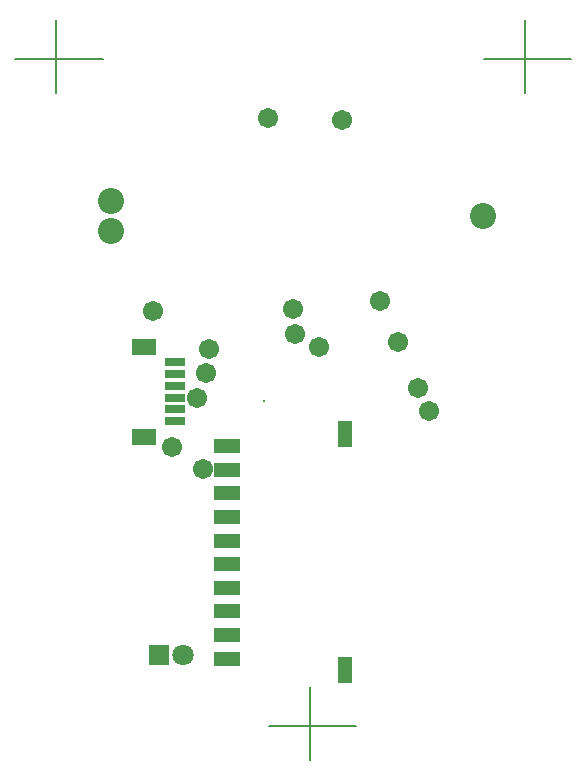
<source format=gbs>
%FSLAX44Y44*%
%MOMM*%
G71*
G01*
G75*
G04 Layer_Color=16711935*
%ADD10C,0.2000*%
%ADD11R,1.7032X1.5032*%
%ADD12R,1.1032X1.4032*%
%ADD13R,0.8032X1.5032*%
%ADD14O,0.9032X2.8032*%
G04:AMPARAMS|DCode=15|XSize=1.8032mm|YSize=1.1032mm|CornerRadius=0.3266mm|HoleSize=0mm|Usage=FLASHONLY|Rotation=180.000|XOffset=0mm|YOffset=0mm|HoleType=Round|Shape=RoundedRectangle|*
%AMROUNDEDRECTD15*
21,1,1.8032,0.4500,0,0,180.0*
21,1,1.1500,1.1032,0,0,180.0*
1,1,0.6532,-0.5750,0.2250*
1,1,0.6532,0.5750,0.2250*
1,1,0.6532,0.5750,-0.2250*
1,1,0.6532,-0.5750,-0.2250*
%
%ADD15ROUNDEDRECTD15*%
%ADD16R,1.5032X1.7032*%
%ADD17C,2.2032*%
%ADD18C,0.2032*%
%ADD19C,1.8032*%
%ADD20R,1.8032X1.8032*%
%ADD21C,1.7032*%
%ADD22R,1.7532X0.8032*%
%ADD23R,2.0032X1.4032*%
%ADD24R,2.2032X1.2032*%
%ADD25R,1.2032X2.2032*%
D10*
X4000Y620000D02*
X78000D01*
X39000Y591000D02*
Y653000D01*
X436000Y591000D02*
Y653000D01*
X401000Y620000D02*
X475000D01*
X254000Y26000D02*
Y88000D01*
X219000Y55000D02*
X293000D01*
D17*
X85500Y499700D02*
D03*
Y474300D02*
D03*
X400500Y487000D02*
D03*
D18*
X215000Y330000D02*
D03*
D19*
X146000Y115000D02*
D03*
D20*
X126000D02*
D03*
D21*
X121000Y406000D02*
D03*
X313000Y415000D02*
D03*
X218000Y570000D02*
D03*
X328000Y380000D02*
D03*
X281000Y568000D02*
D03*
X345000Y341000D02*
D03*
X354500Y321500D02*
D03*
X137000Y290999D02*
D03*
X241000Y387000D02*
D03*
X166000Y354000D02*
D03*
X239000Y408000D02*
D03*
X261000Y376000D02*
D03*
X168000Y374000D02*
D03*
X163000Y273000D02*
D03*
X158000Y333000D02*
D03*
D22*
X139000D02*
D03*
Y343000D02*
D03*
Y353000D02*
D03*
Y363000D02*
D03*
Y313000D02*
D03*
Y323000D02*
D03*
D23*
X113500Y376000D02*
D03*
Y300000D02*
D03*
D24*
X183000Y132000D02*
D03*
Y292000D02*
D03*
Y212000D02*
D03*
Y232000D02*
D03*
Y252000D02*
D03*
Y272000D02*
D03*
Y152000D02*
D03*
Y172000D02*
D03*
Y192000D02*
D03*
Y112000D02*
D03*
D25*
X283000Y302000D02*
D03*
Y102000D02*
D03*
M02*

</source>
